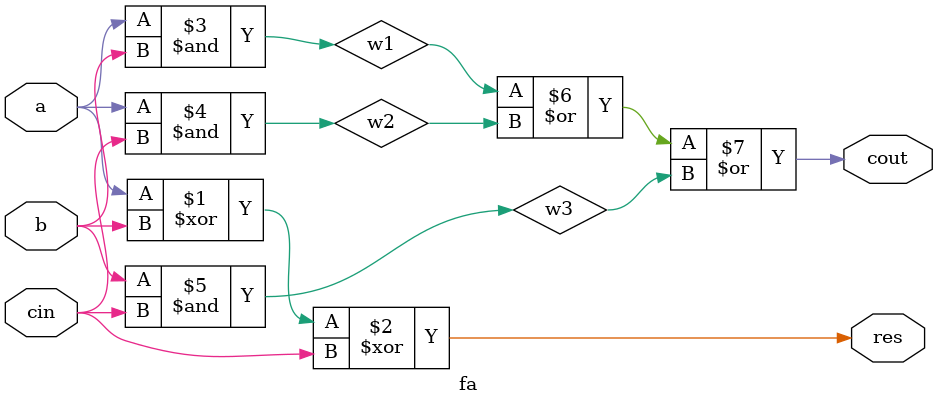
<source format=v>

module fa(
	input a,
	input b,
	input cin,
	output cout,
	output res
);

xor g0(res, a, b, cin);
wire w1, w2, w3;
and g1(w1, a, b);
and g2(w2, a, cin);
and g3(w3, b, cin);
or g4(cout, w1, w2, w3);


endmodule

</source>
